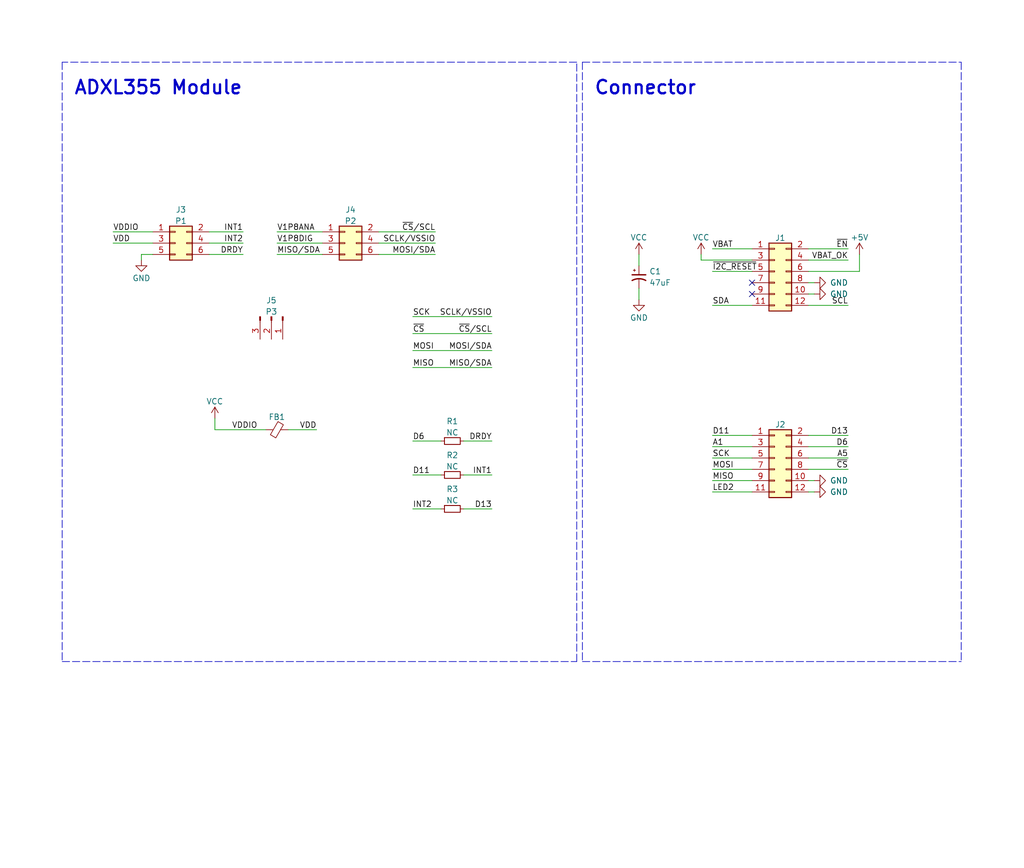
<source format=kicad_sch>
(kicad_sch (version 20211123) (generator eeschema)

  (uuid e63e39d7-6ac0-4ffd-8aa3-1841a4541b55)

  (paper "User" 229.997 194.996)

  (title_block
    (title "HexSense Svalbard - MCU module")
    (date "2023-05-25")
    (rev "V1")
    (company "MIT Media Lab")
    (comment 1 "Fangzheng Liu")
  )

  (lib_symbols
    (symbol "Connector:Conn_01x03_Male" (pin_names (offset 1.016) hide) (in_bom yes) (on_board yes)
      (property "Reference" "J" (id 0) (at 0 5.08 0)
        (effects (font (size 1.27 1.27)))
      )
      (property "Value" "Conn_01x03_Male" (id 1) (at 0 -5.08 0)
        (effects (font (size 1.27 1.27)))
      )
      (property "Footprint" "" (id 2) (at 0 0 0)
        (effects (font (size 1.27 1.27)) hide)
      )
      (property "Datasheet" "~" (id 3) (at 0 0 0)
        (effects (font (size 1.27 1.27)) hide)
      )
      (property "ki_keywords" "connector" (id 4) (at 0 0 0)
        (effects (font (size 1.27 1.27)) hide)
      )
      (property "ki_description" "Generic connector, single row, 01x03, script generated (kicad-library-utils/schlib/autogen/connector/)" (id 5) (at 0 0 0)
        (effects (font (size 1.27 1.27)) hide)
      )
      (property "ki_fp_filters" "Connector*:*_1x??_*" (id 6) (at 0 0 0)
        (effects (font (size 1.27 1.27)) hide)
      )
      (symbol "Conn_01x03_Male_1_1"
        (polyline
          (pts
            (xy 1.27 -2.54)
            (xy 0.8636 -2.54)
          )
          (stroke (width 0.1524) (type default) (color 0 0 0 0))
          (fill (type none))
        )
        (polyline
          (pts
            (xy 1.27 0)
            (xy 0.8636 0)
          )
          (stroke (width 0.1524) (type default) (color 0 0 0 0))
          (fill (type none))
        )
        (polyline
          (pts
            (xy 1.27 2.54)
            (xy 0.8636 2.54)
          )
          (stroke (width 0.1524) (type default) (color 0 0 0 0))
          (fill (type none))
        )
        (rectangle (start 0.8636 -2.413) (end 0 -2.667)
          (stroke (width 0.1524) (type default) (color 0 0 0 0))
          (fill (type outline))
        )
        (rectangle (start 0.8636 0.127) (end 0 -0.127)
          (stroke (width 0.1524) (type default) (color 0 0 0 0))
          (fill (type outline))
        )
        (rectangle (start 0.8636 2.667) (end 0 2.413)
          (stroke (width 0.1524) (type default) (color 0 0 0 0))
          (fill (type outline))
        )
        (pin passive line (at 5.08 2.54 180) (length 3.81)
          (name "Pin_1" (effects (font (size 1.27 1.27))))
          (number "1" (effects (font (size 1.27 1.27))))
        )
        (pin passive line (at 5.08 0 180) (length 3.81)
          (name "Pin_2" (effects (font (size 1.27 1.27))))
          (number "2" (effects (font (size 1.27 1.27))))
        )
        (pin passive line (at 5.08 -2.54 180) (length 3.81)
          (name "Pin_3" (effects (font (size 1.27 1.27))))
          (number "3" (effects (font (size 1.27 1.27))))
        )
      )
    )
    (symbol "Connector_Generic:Conn_02x03_Odd_Even" (pin_names (offset 1.016) hide) (in_bom yes) (on_board yes)
      (property "Reference" "J" (id 0) (at 1.27 5.08 0)
        (effects (font (size 1.27 1.27)))
      )
      (property "Value" "Conn_02x03_Odd_Even" (id 1) (at 1.27 -5.08 0)
        (effects (font (size 1.27 1.27)))
      )
      (property "Footprint" "" (id 2) (at 0 0 0)
        (effects (font (size 1.27 1.27)) hide)
      )
      (property "Datasheet" "~" (id 3) (at 0 0 0)
        (effects (font (size 1.27 1.27)) hide)
      )
      (property "ki_keywords" "connector" (id 4) (at 0 0 0)
        (effects (font (size 1.27 1.27)) hide)
      )
      (property "ki_description" "Generic connector, double row, 02x03, odd/even pin numbering scheme (row 1 odd numbers, row 2 even numbers), script generated (kicad-library-utils/schlib/autogen/connector/)" (id 5) (at 0 0 0)
        (effects (font (size 1.27 1.27)) hide)
      )
      (property "ki_fp_filters" "Connector*:*_2x??_*" (id 6) (at 0 0 0)
        (effects (font (size 1.27 1.27)) hide)
      )
      (symbol "Conn_02x03_Odd_Even_1_1"
        (rectangle (start -1.27 -2.413) (end 0 -2.667)
          (stroke (width 0.1524) (type default) (color 0 0 0 0))
          (fill (type none))
        )
        (rectangle (start -1.27 0.127) (end 0 -0.127)
          (stroke (width 0.1524) (type default) (color 0 0 0 0))
          (fill (type none))
        )
        (rectangle (start -1.27 2.667) (end 0 2.413)
          (stroke (width 0.1524) (type default) (color 0 0 0 0))
          (fill (type none))
        )
        (rectangle (start -1.27 3.81) (end 3.81 -3.81)
          (stroke (width 0.254) (type default) (color 0 0 0 0))
          (fill (type background))
        )
        (rectangle (start 3.81 -2.413) (end 2.54 -2.667)
          (stroke (width 0.1524) (type default) (color 0 0 0 0))
          (fill (type none))
        )
        (rectangle (start 3.81 0.127) (end 2.54 -0.127)
          (stroke (width 0.1524) (type default) (color 0 0 0 0))
          (fill (type none))
        )
        (rectangle (start 3.81 2.667) (end 2.54 2.413)
          (stroke (width 0.1524) (type default) (color 0 0 0 0))
          (fill (type none))
        )
        (pin passive line (at -5.08 2.54 0) (length 3.81)
          (name "Pin_1" (effects (font (size 1.27 1.27))))
          (number "1" (effects (font (size 1.27 1.27))))
        )
        (pin passive line (at 7.62 2.54 180) (length 3.81)
          (name "Pin_2" (effects (font (size 1.27 1.27))))
          (number "2" (effects (font (size 1.27 1.27))))
        )
        (pin passive line (at -5.08 0 0) (length 3.81)
          (name "Pin_3" (effects (font (size 1.27 1.27))))
          (number "3" (effects (font (size 1.27 1.27))))
        )
        (pin passive line (at 7.62 0 180) (length 3.81)
          (name "Pin_4" (effects (font (size 1.27 1.27))))
          (number "4" (effects (font (size 1.27 1.27))))
        )
        (pin passive line (at -5.08 -2.54 0) (length 3.81)
          (name "Pin_5" (effects (font (size 1.27 1.27))))
          (number "5" (effects (font (size 1.27 1.27))))
        )
        (pin passive line (at 7.62 -2.54 180) (length 3.81)
          (name "Pin_6" (effects (font (size 1.27 1.27))))
          (number "6" (effects (font (size 1.27 1.27))))
        )
      )
    )
    (symbol "Connector_Generic:Conn_02x06_Odd_Even" (pin_names (offset 1.016) hide) (in_bom yes) (on_board yes)
      (property "Reference" "J" (id 0) (at 1.27 7.62 0)
        (effects (font (size 1.27 1.27)))
      )
      (property "Value" "Conn_02x06_Odd_Even" (id 1) (at 1.27 -10.16 0)
        (effects (font (size 1.27 1.27)))
      )
      (property "Footprint" "" (id 2) (at 0 0 0)
        (effects (font (size 1.27 1.27)) hide)
      )
      (property "Datasheet" "~" (id 3) (at 0 0 0)
        (effects (font (size 1.27 1.27)) hide)
      )
      (property "ki_keywords" "connector" (id 4) (at 0 0 0)
        (effects (font (size 1.27 1.27)) hide)
      )
      (property "ki_description" "Generic connector, double row, 02x06, odd/even pin numbering scheme (row 1 odd numbers, row 2 even numbers), script generated (kicad-library-utils/schlib/autogen/connector/)" (id 5) (at 0 0 0)
        (effects (font (size 1.27 1.27)) hide)
      )
      (property "ki_fp_filters" "Connector*:*_2x??_*" (id 6) (at 0 0 0)
        (effects (font (size 1.27 1.27)) hide)
      )
      (symbol "Conn_02x06_Odd_Even_1_1"
        (rectangle (start -1.27 -7.493) (end 0 -7.747)
          (stroke (width 0.1524) (type default) (color 0 0 0 0))
          (fill (type none))
        )
        (rectangle (start -1.27 -4.953) (end 0 -5.207)
          (stroke (width 0.1524) (type default) (color 0 0 0 0))
          (fill (type none))
        )
        (rectangle (start -1.27 -2.413) (end 0 -2.667)
          (stroke (width 0.1524) (type default) (color 0 0 0 0))
          (fill (type none))
        )
        (rectangle (start -1.27 0.127) (end 0 -0.127)
          (stroke (width 0.1524) (type default) (color 0 0 0 0))
          (fill (type none))
        )
        (rectangle (start -1.27 2.667) (end 0 2.413)
          (stroke (width 0.1524) (type default) (color 0 0 0 0))
          (fill (type none))
        )
        (rectangle (start -1.27 5.207) (end 0 4.953)
          (stroke (width 0.1524) (type default) (color 0 0 0 0))
          (fill (type none))
        )
        (rectangle (start -1.27 6.35) (end 3.81 -8.89)
          (stroke (width 0.254) (type default) (color 0 0 0 0))
          (fill (type background))
        )
        (rectangle (start 3.81 -7.493) (end 2.54 -7.747)
          (stroke (width 0.1524) (type default) (color 0 0 0 0))
          (fill (type none))
        )
        (rectangle (start 3.81 -4.953) (end 2.54 -5.207)
          (stroke (width 0.1524) (type default) (color 0 0 0 0))
          (fill (type none))
        )
        (rectangle (start 3.81 -2.413) (end 2.54 -2.667)
          (stroke (width 0.1524) (type default) (color 0 0 0 0))
          (fill (type none))
        )
        (rectangle (start 3.81 0.127) (end 2.54 -0.127)
          (stroke (width 0.1524) (type default) (color 0 0 0 0))
          (fill (type none))
        )
        (rectangle (start 3.81 2.667) (end 2.54 2.413)
          (stroke (width 0.1524) (type default) (color 0 0 0 0))
          (fill (type none))
        )
        (rectangle (start 3.81 5.207) (end 2.54 4.953)
          (stroke (width 0.1524) (type default) (color 0 0 0 0))
          (fill (type none))
        )
        (pin passive line (at -5.08 5.08 0) (length 3.81)
          (name "Pin_1" (effects (font (size 1.27 1.27))))
          (number "1" (effects (font (size 1.27 1.27))))
        )
        (pin passive line (at 7.62 -5.08 180) (length 3.81)
          (name "Pin_10" (effects (font (size 1.27 1.27))))
          (number "10" (effects (font (size 1.27 1.27))))
        )
        (pin passive line (at -5.08 -7.62 0) (length 3.81)
          (name "Pin_11" (effects (font (size 1.27 1.27))))
          (number "11" (effects (font (size 1.27 1.27))))
        )
        (pin passive line (at 7.62 -7.62 180) (length 3.81)
          (name "Pin_12" (effects (font (size 1.27 1.27))))
          (number "12" (effects (font (size 1.27 1.27))))
        )
        (pin passive line (at 7.62 5.08 180) (length 3.81)
          (name "Pin_2" (effects (font (size 1.27 1.27))))
          (number "2" (effects (font (size 1.27 1.27))))
        )
        (pin passive line (at -5.08 2.54 0) (length 3.81)
          (name "Pin_3" (effects (font (size 1.27 1.27))))
          (number "3" (effects (font (size 1.27 1.27))))
        )
        (pin passive line (at 7.62 2.54 180) (length 3.81)
          (name "Pin_4" (effects (font (size 1.27 1.27))))
          (number "4" (effects (font (size 1.27 1.27))))
        )
        (pin passive line (at -5.08 0 0) (length 3.81)
          (name "Pin_5" (effects (font (size 1.27 1.27))))
          (number "5" (effects (font (size 1.27 1.27))))
        )
        (pin passive line (at 7.62 0 180) (length 3.81)
          (name "Pin_6" (effects (font (size 1.27 1.27))))
          (number "6" (effects (font (size 1.27 1.27))))
        )
        (pin passive line (at -5.08 -2.54 0) (length 3.81)
          (name "Pin_7" (effects (font (size 1.27 1.27))))
          (number "7" (effects (font (size 1.27 1.27))))
        )
        (pin passive line (at 7.62 -2.54 180) (length 3.81)
          (name "Pin_8" (effects (font (size 1.27 1.27))))
          (number "8" (effects (font (size 1.27 1.27))))
        )
        (pin passive line (at -5.08 -5.08 0) (length 3.81)
          (name "Pin_9" (effects (font (size 1.27 1.27))))
          (number "9" (effects (font (size 1.27 1.27))))
        )
      )
    )
    (symbol "Device:C_Polarized_Small_US" (pin_numbers hide) (pin_names (offset 0.254) hide) (in_bom yes) (on_board yes)
      (property "Reference" "C" (id 0) (at 0.254 1.778 0)
        (effects (font (size 1.27 1.27)) (justify left))
      )
      (property "Value" "C_Polarized_Small_US" (id 1) (at 0.254 -2.032 0)
        (effects (font (size 1.27 1.27)) (justify left))
      )
      (property "Footprint" "" (id 2) (at 0 0 0)
        (effects (font (size 1.27 1.27)) hide)
      )
      (property "Datasheet" "~" (id 3) (at 0 0 0)
        (effects (font (size 1.27 1.27)) hide)
      )
      (property "ki_keywords" "cap capacitor" (id 4) (at 0 0 0)
        (effects (font (size 1.27 1.27)) hide)
      )
      (property "ki_description" "Polarized capacitor, small US symbol" (id 5) (at 0 0 0)
        (effects (font (size 1.27 1.27)) hide)
      )
      (property "ki_fp_filters" "CP_*" (id 6) (at 0 0 0)
        (effects (font (size 1.27 1.27)) hide)
      )
      (symbol "C_Polarized_Small_US_0_1"
        (polyline
          (pts
            (xy -1.524 0.508)
            (xy 1.524 0.508)
          )
          (stroke (width 0.3048) (type default) (color 0 0 0 0))
          (fill (type none))
        )
        (polyline
          (pts
            (xy -1.27 1.524)
            (xy -0.762 1.524)
          )
          (stroke (width 0) (type default) (color 0 0 0 0))
          (fill (type none))
        )
        (polyline
          (pts
            (xy -1.016 1.27)
            (xy -1.016 1.778)
          )
          (stroke (width 0) (type default) (color 0 0 0 0))
          (fill (type none))
        )
        (arc (start 1.524 -0.762) (mid 0 -0.3734) (end -1.524 -0.762)
          (stroke (width 0.3048) (type default) (color 0 0 0 0))
          (fill (type none))
        )
      )
      (symbol "C_Polarized_Small_US_1_1"
        (pin passive line (at 0 2.54 270) (length 2.032)
          (name "~" (effects (font (size 1.27 1.27))))
          (number "1" (effects (font (size 1.27 1.27))))
        )
        (pin passive line (at 0 -2.54 90) (length 2.032)
          (name "~" (effects (font (size 1.27 1.27))))
          (number "2" (effects (font (size 1.27 1.27))))
        )
      )
    )
    (symbol "Device:FerriteBead_Small" (pin_numbers hide) (pin_names (offset 0)) (in_bom yes) (on_board yes)
      (property "Reference" "FB" (id 0) (at 1.905 1.27 0)
        (effects (font (size 1.27 1.27)) (justify left))
      )
      (property "Value" "FerriteBead_Small" (id 1) (at 1.905 -1.27 0)
        (effects (font (size 1.27 1.27)) (justify left))
      )
      (property "Footprint" "" (id 2) (at -1.778 0 90)
        (effects (font (size 1.27 1.27)) hide)
      )
      (property "Datasheet" "~" (id 3) (at 0 0 0)
        (effects (font (size 1.27 1.27)) hide)
      )
      (property "ki_keywords" "L ferrite bead inductor filter" (id 4) (at 0 0 0)
        (effects (font (size 1.27 1.27)) hide)
      )
      (property "ki_description" "Ferrite bead, small symbol" (id 5) (at 0 0 0)
        (effects (font (size 1.27 1.27)) hide)
      )
      (property "ki_fp_filters" "Inductor_* L_* *Ferrite*" (id 6) (at 0 0 0)
        (effects (font (size 1.27 1.27)) hide)
      )
      (symbol "FerriteBead_Small_0_1"
        (polyline
          (pts
            (xy 0 -1.27)
            (xy 0 -0.7874)
          )
          (stroke (width 0) (type default) (color 0 0 0 0))
          (fill (type none))
        )
        (polyline
          (pts
            (xy 0 0.889)
            (xy 0 1.2954)
          )
          (stroke (width 0) (type default) (color 0 0 0 0))
          (fill (type none))
        )
        (polyline
          (pts
            (xy -1.8288 0.2794)
            (xy -1.1176 1.4986)
            (xy 1.8288 -0.2032)
            (xy 1.1176 -1.4224)
            (xy -1.8288 0.2794)
          )
          (stroke (width 0) (type default) (color 0 0 0 0))
          (fill (type none))
        )
      )
      (symbol "FerriteBead_Small_1_1"
        (pin passive line (at 0 2.54 270) (length 1.27)
          (name "~" (effects (font (size 1.27 1.27))))
          (number "1" (effects (font (size 1.27 1.27))))
        )
        (pin passive line (at 0 -2.54 90) (length 1.27)
          (name "~" (effects (font (size 1.27 1.27))))
          (number "2" (effects (font (size 1.27 1.27))))
        )
      )
    )
    (symbol "Device:R_Small" (pin_numbers hide) (pin_names (offset 0.254) hide) (in_bom yes) (on_board yes)
      (property "Reference" "R" (id 0) (at 0.762 0.508 0)
        (effects (font (size 1.27 1.27)) (justify left))
      )
      (property "Value" "R_Small" (id 1) (at 0.762 -1.016 0)
        (effects (font (size 1.27 1.27)) (justify left))
      )
      (property "Footprint" "" (id 2) (at 0 0 0)
        (effects (font (size 1.27 1.27)) hide)
      )
      (property "Datasheet" "~" (id 3) (at 0 0 0)
        (effects (font (size 1.27 1.27)) hide)
      )
      (property "ki_keywords" "R resistor" (id 4) (at 0 0 0)
        (effects (font (size 1.27 1.27)) hide)
      )
      (property "ki_description" "Resistor, small symbol" (id 5) (at 0 0 0)
        (effects (font (size 1.27 1.27)) hide)
      )
      (property "ki_fp_filters" "R_*" (id 6) (at 0 0 0)
        (effects (font (size 1.27 1.27)) hide)
      )
      (symbol "R_Small_0_1"
        (rectangle (start -0.762 1.778) (end 0.762 -1.778)
          (stroke (width 0.2032) (type default) (color 0 0 0 0))
          (fill (type none))
        )
      )
      (symbol "R_Small_1_1"
        (pin passive line (at 0 2.54 270) (length 0.762)
          (name "~" (effects (font (size 1.27 1.27))))
          (number "1" (effects (font (size 1.27 1.27))))
        )
        (pin passive line (at 0 -2.54 90) (length 0.762)
          (name "~" (effects (font (size 1.27 1.27))))
          (number "2" (effects (font (size 1.27 1.27))))
        )
      )
    )
    (symbol "power:+5V" (power) (pin_names (offset 0)) (in_bom yes) (on_board yes)
      (property "Reference" "#PWR" (id 0) (at 0 -3.81 0)
        (effects (font (size 1.27 1.27)) hide)
      )
      (property "Value" "+5V" (id 1) (at 0 3.556 0)
        (effects (font (size 1.27 1.27)))
      )
      (property "Footprint" "" (id 2) (at 0 0 0)
        (effects (font (size 1.27 1.27)) hide)
      )
      (property "Datasheet" "" (id 3) (at 0 0 0)
        (effects (font (size 1.27 1.27)) hide)
      )
      (property "ki_keywords" "power-flag" (id 4) (at 0 0 0)
        (effects (font (size 1.27 1.27)) hide)
      )
      (property "ki_description" "Power symbol creates a global label with name \"+5V\"" (id 5) (at 0 0 0)
        (effects (font (size 1.27 1.27)) hide)
      )
      (symbol "+5V_0_1"
        (polyline
          (pts
            (xy -0.762 1.27)
            (xy 0 2.54)
          )
          (stroke (width 0) (type default) (color 0 0 0 0))
          (fill (type none))
        )
        (polyline
          (pts
            (xy 0 0)
            (xy 0 2.54)
          )
          (stroke (width 0) (type default) (color 0 0 0 0))
          (fill (type none))
        )
        (polyline
          (pts
            (xy 0 2.54)
            (xy 0.762 1.27)
          )
          (stroke (width 0) (type default) (color 0 0 0 0))
          (fill (type none))
        )
      )
      (symbol "+5V_1_1"
        (pin power_in line (at 0 0 90) (length 0) hide
          (name "+5V" (effects (font (size 1.27 1.27))))
          (number "1" (effects (font (size 1.27 1.27))))
        )
      )
    )
    (symbol "power:GND" (power) (pin_names (offset 0)) (in_bom yes) (on_board yes)
      (property "Reference" "#PWR" (id 0) (at 0 -6.35 0)
        (effects (font (size 1.27 1.27)) hide)
      )
      (property "Value" "GND" (id 1) (at 0 -3.81 0)
        (effects (font (size 1.27 1.27)))
      )
      (property "Footprint" "" (id 2) (at 0 0 0)
        (effects (font (size 1.27 1.27)) hide)
      )
      (property "Datasheet" "" (id 3) (at 0 0 0)
        (effects (font (size 1.27 1.27)) hide)
      )
      (property "ki_keywords" "power-flag" (id 4) (at 0 0 0)
        (effects (font (size 1.27 1.27)) hide)
      )
      (property "ki_description" "Power symbol creates a global label with name \"GND\" , ground" (id 5) (at 0 0 0)
        (effects (font (size 1.27 1.27)) hide)
      )
      (symbol "GND_0_1"
        (polyline
          (pts
            (xy 0 0)
            (xy 0 -1.27)
            (xy 1.27 -1.27)
            (xy 0 -2.54)
            (xy -1.27 -1.27)
            (xy 0 -1.27)
          )
          (stroke (width 0) (type default) (color 0 0 0 0))
          (fill (type none))
        )
      )
      (symbol "GND_1_1"
        (pin power_in line (at 0 0 270) (length 0) hide
          (name "GND" (effects (font (size 1.27 1.27))))
          (number "1" (effects (font (size 1.27 1.27))))
        )
      )
    )
    (symbol "power:VCC" (power) (pin_names (offset 0)) (in_bom yes) (on_board yes)
      (property "Reference" "#PWR" (id 0) (at 0 -3.81 0)
        (effects (font (size 1.27 1.27)) hide)
      )
      (property "Value" "VCC" (id 1) (at 0 3.81 0)
        (effects (font (size 1.27 1.27)))
      )
      (property "Footprint" "" (id 2) (at 0 0 0)
        (effects (font (size 1.27 1.27)) hide)
      )
      (property "Datasheet" "" (id 3) (at 0 0 0)
        (effects (font (size 1.27 1.27)) hide)
      )
      (property "ki_keywords" "power-flag" (id 4) (at 0 0 0)
        (effects (font (size 1.27 1.27)) hide)
      )
      (property "ki_description" "Power symbol creates a global label with name \"VCC\"" (id 5) (at 0 0 0)
        (effects (font (size 1.27 1.27)) hide)
      )
      (symbol "VCC_0_1"
        (polyline
          (pts
            (xy -0.762 1.27)
            (xy 0 2.54)
          )
          (stroke (width 0) (type default) (color 0 0 0 0))
          (fill (type none))
        )
        (polyline
          (pts
            (xy 0 0)
            (xy 0 2.54)
          )
          (stroke (width 0) (type default) (color 0 0 0 0))
          (fill (type none))
        )
        (polyline
          (pts
            (xy 0 2.54)
            (xy 0.762 1.27)
          )
          (stroke (width 0) (type default) (color 0 0 0 0))
          (fill (type none))
        )
      )
      (symbol "VCC_1_1"
        (pin power_in line (at 0 0 90) (length 0) hide
          (name "VCC" (effects (font (size 1.27 1.27))))
          (number "1" (effects (font (size 1.27 1.27))))
        )
      )
    )
  )


  (no_connect (at 168.91 63.5) (uuid 2f1bd44e-32d5-43ab-b277-fdf842f35dd6))
  (no_connect (at 168.91 66.04) (uuid 2f1bd44e-32d5-43ab-b277-fdf842f35dd7))

  (wire (pts (xy 160.02 107.95) (xy 168.91 107.95))
    (stroke (width 0) (type default) (color 0 0 0 0))
    (uuid 0fa9183f-5369-426b-9498-5645797922df)
  )
  (wire (pts (xy 62.23 54.61) (xy 72.39 54.61))
    (stroke (width 0) (type default) (color 0 0 0 0))
    (uuid 1119b42d-7c27-47ab-9c82-a401b1ff5557)
  )
  (wire (pts (xy 143.51 64.77) (xy 143.51 67.31))
    (stroke (width 0) (type default) (color 0 0 0 0))
    (uuid 16dcf32f-7580-4382-a7dc-620372c0d9ab)
  )
  (wire (pts (xy 193.04 60.96) (xy 193.04 57.15))
    (stroke (width 0) (type default) (color 0 0 0 0))
    (uuid 1701e939-2a6c-4185-9428-4d71b6f2b400)
  )
  (wire (pts (xy 181.61 107.95) (xy 182.88 107.95))
    (stroke (width 0) (type default) (color 0 0 0 0))
    (uuid 1d632da4-c543-4d80-b642-0354a56e2d07)
  )
  (wire (pts (xy 85.09 54.61) (xy 97.79 54.61))
    (stroke (width 0) (type default) (color 0 0 0 0))
    (uuid 1f316cfc-635c-4923-bcd7-21ec002e5ae8)
  )
  (wire (pts (xy 181.61 66.04) (xy 182.88 66.04))
    (stroke (width 0) (type default) (color 0 0 0 0))
    (uuid 22bff00e-e419-4092-a2b8-c1f232a8e641)
  )
  (wire (pts (xy 104.14 114.3) (xy 110.49 114.3))
    (stroke (width 0) (type default) (color 0 0 0 0))
    (uuid 28d3b2a0-3981-499e-b3e6-b8c9f6c0ab6a)
  )
  (wire (pts (xy 25.4 54.61) (xy 34.29 54.61))
    (stroke (width 0) (type default) (color 0 0 0 0))
    (uuid 2a6e4ede-8be7-4625-a308-e5070c6ce3b0)
  )
  (wire (pts (xy 160.02 55.88) (xy 168.91 55.88))
    (stroke (width 0) (type default) (color 0 0 0 0))
    (uuid 3367972f-528d-4624-89f4-0b3b2f6850f4)
  )
  (polyline (pts (xy 129.54 148.59) (xy 129.54 13.97))
    (stroke (width 0) (type default) (color 0 0 0 0))
    (uuid 35eab331-86c6-4cb6-9184-78f5a185c17a)
  )

  (wire (pts (xy 92.71 106.68) (xy 99.06 106.68))
    (stroke (width 0) (type default) (color 0 0 0 0))
    (uuid 36569df3-4190-4919-a6dc-ff23e17835ff)
  )
  (wire (pts (xy 104.14 99.06) (xy 110.49 99.06))
    (stroke (width 0) (type default) (color 0 0 0 0))
    (uuid 3e92d3f3-da2c-49d3-98b3-e88a48a87faa)
  )
  (wire (pts (xy 92.71 74.93) (xy 110.49 74.93))
    (stroke (width 0) (type default) (color 0 0 0 0))
    (uuid 41da46f5-8c77-4faf-b016-22ad3cb69fa6)
  )
  (wire (pts (xy 92.71 82.55) (xy 110.49 82.55))
    (stroke (width 0) (type default) (color 0 0 0 0))
    (uuid 4e27ee66-a623-45c9-a214-ff5447cb2567)
  )
  (wire (pts (xy 92.71 78.74) (xy 110.49 78.74))
    (stroke (width 0) (type default) (color 0 0 0 0))
    (uuid 4f2a31a0-eb58-4ae9-881f-f0f66fa3d112)
  )
  (wire (pts (xy 92.71 71.12) (xy 110.49 71.12))
    (stroke (width 0) (type default) (color 0 0 0 0))
    (uuid 53f8f1f1-9165-4ab4-82d4-e1a33c238107)
  )
  (wire (pts (xy 160.02 68.58) (xy 168.91 68.58))
    (stroke (width 0) (type default) (color 0 0 0 0))
    (uuid 5644d770-110b-4322-a561-85e83bfe8b36)
  )
  (wire (pts (xy 48.26 93.98) (xy 48.26 96.52))
    (stroke (width 0) (type default) (color 0 0 0 0))
    (uuid 57d8bcb9-7946-43b2-9a23-48d5fd85a2b9)
  )
  (wire (pts (xy 92.71 99.06) (xy 99.06 99.06))
    (stroke (width 0) (type default) (color 0 0 0 0))
    (uuid 5ad16cf6-d8bc-4335-b031-d6a480b98ee8)
  )
  (polyline (pts (xy 130.81 13.97) (xy 130.81 148.59))
    (stroke (width 0) (type default) (color 0 0 0 0))
    (uuid 5bebda4e-b5da-48c2-ac93-396c4bf2e3fd)
  )

  (wire (pts (xy 92.71 114.3) (xy 99.06 114.3))
    (stroke (width 0) (type default) (color 0 0 0 0))
    (uuid 60c6cd11-19de-4507-bbfd-0b3eecb0ec9b)
  )
  (wire (pts (xy 181.61 105.41) (xy 190.5 105.41))
    (stroke (width 0) (type default) (color 0 0 0 0))
    (uuid 640f9653-4ed5-42e7-bbea-eab563e0845a)
  )
  (wire (pts (xy 25.4 52.07) (xy 34.29 52.07))
    (stroke (width 0) (type default) (color 0 0 0 0))
    (uuid 660d525d-0515-4d51-93e6-6c396391f972)
  )
  (wire (pts (xy 85.09 57.15) (xy 97.79 57.15))
    (stroke (width 0) (type default) (color 0 0 0 0))
    (uuid 6773b0e8-1543-49a2-8c9a-a28f95dad47b)
  )
  (wire (pts (xy 31.75 57.15) (xy 34.29 57.15))
    (stroke (width 0) (type default) (color 0 0 0 0))
    (uuid 6e32606a-cf95-4b4b-bd28-acfe3386321f)
  )
  (wire (pts (xy 104.14 106.68) (xy 110.49 106.68))
    (stroke (width 0) (type default) (color 0 0 0 0))
    (uuid 73c39637-790e-4a9c-b407-52d98f636d90)
  )
  (polyline (pts (xy 130.81 13.97) (xy 215.9 13.97))
    (stroke (width 0) (type default) (color 0 0 0 0))
    (uuid 87e5f432-bb64-491c-8ee2-a5cebd1952e2)
  )

  (wire (pts (xy 181.61 97.79) (xy 190.5 97.79))
    (stroke (width 0) (type default) (color 0 0 0 0))
    (uuid 885e6c63-c79d-42e9-b6d0-2a7504f5ceb0)
  )
  (wire (pts (xy 46.99 54.61) (xy 54.61 54.61))
    (stroke (width 0) (type default) (color 0 0 0 0))
    (uuid 8f651cad-c02f-45c6-87e2-ce7d4cd3779d)
  )
  (wire (pts (xy 46.99 57.15) (xy 54.61 57.15))
    (stroke (width 0) (type default) (color 0 0 0 0))
    (uuid 93c3e374-8d8a-4470-b4e1-ce11f4c20cae)
  )
  (wire (pts (xy 181.61 55.88) (xy 190.5 55.88))
    (stroke (width 0) (type default) (color 0 0 0 0))
    (uuid a77c3986-b378-46c6-afe3-f8cddd34e442)
  )
  (wire (pts (xy 62.23 57.15) (xy 72.39 57.15))
    (stroke (width 0) (type default) (color 0 0 0 0))
    (uuid b6e728d6-d3fe-4bbe-a6e5-b8f23e6e0d2a)
  )
  (wire (pts (xy 181.61 102.87) (xy 190.5 102.87))
    (stroke (width 0) (type default) (color 0 0 0 0))
    (uuid b714ccda-473d-49a2-8647-2e3451ae4af3)
  )
  (wire (pts (xy 160.02 105.41) (xy 168.91 105.41))
    (stroke (width 0) (type default) (color 0 0 0 0))
    (uuid b800fd66-f8b2-4a8f-8179-bef154ad4388)
  )
  (wire (pts (xy 85.09 52.07) (xy 97.79 52.07))
    (stroke (width 0) (type default) (color 0 0 0 0))
    (uuid b91c31b2-b627-4a00-9608-ba1e9b2a982f)
  )
  (wire (pts (xy 181.61 58.42) (xy 190.5 58.42))
    (stroke (width 0) (type default) (color 0 0 0 0))
    (uuid beebf9aa-51a4-4d3a-8987-b0152db26238)
  )
  (wire (pts (xy 181.61 110.49) (xy 182.88 110.49))
    (stroke (width 0) (type default) (color 0 0 0 0))
    (uuid bfe5a673-1e36-4a91-9395-3214380a9c9e)
  )
  (wire (pts (xy 181.61 68.58) (xy 190.5 68.58))
    (stroke (width 0) (type default) (color 0 0 0 0))
    (uuid c1eefc4b-76f4-40c3-b933-ab586706af53)
  )
  (wire (pts (xy 157.48 58.42) (xy 168.91 58.42))
    (stroke (width 0) (type default) (color 0 0 0 0))
    (uuid c4834d81-f22e-4543-ac7e-e294dc90c293)
  )
  (polyline (pts (xy 13.97 13.97) (xy 13.97 148.59))
    (stroke (width 0) (type default) (color 0 0 0 0))
    (uuid c50735f4-6020-400c-a452-2ae81a0d9fc9)
  )

  (wire (pts (xy 157.48 57.15) (xy 157.48 58.42))
    (stroke (width 0) (type default) (color 0 0 0 0))
    (uuid c58b63bb-5fad-497c-a5b0-5d27c9481220)
  )
  (wire (pts (xy 160.02 110.49) (xy 168.91 110.49))
    (stroke (width 0) (type default) (color 0 0 0 0))
    (uuid c5a5306e-835a-4857-a54d-52666a5e97e5)
  )
  (wire (pts (xy 181.61 63.5) (xy 182.88 63.5))
    (stroke (width 0) (type default) (color 0 0 0 0))
    (uuid c78dfecd-9bbd-4662-b3cf-1de3a4cb4c20)
  )
  (wire (pts (xy 31.75 58.42) (xy 31.75 57.15))
    (stroke (width 0) (type default) (color 0 0 0 0))
    (uuid c8e0be89-b357-4ee0-9958-e4b4b81600c3)
  )
  (wire (pts (xy 143.51 57.15) (xy 143.51 59.69))
    (stroke (width 0) (type default) (color 0 0 0 0))
    (uuid cb446f24-6e4f-4857-8494-c290a671a94f)
  )
  (wire (pts (xy 181.61 60.96) (xy 193.04 60.96))
    (stroke (width 0) (type default) (color 0 0 0 0))
    (uuid d0743969-cee8-4bc9-a1b3-365d533d720f)
  )
  (wire (pts (xy 181.61 100.33) (xy 190.5 100.33))
    (stroke (width 0) (type default) (color 0 0 0 0))
    (uuid d3ceafe9-21fe-40d6-96ff-2b41c0e51db7)
  )
  (wire (pts (xy 64.77 96.52) (xy 71.12 96.52))
    (stroke (width 0) (type default) (color 0 0 0 0))
    (uuid dcf04430-1a5f-46c8-8dec-e72c8ad30b36)
  )
  (polyline (pts (xy 129.54 13.97) (xy 13.97 13.97))
    (stroke (width 0) (type default) (color 0 0 0 0))
    (uuid e0d41972-4853-44c3-b56e-2e6e5e611045)
  )

  (wire (pts (xy 48.26 96.52) (xy 59.69 96.52))
    (stroke (width 0) (type default) (color 0 0 0 0))
    (uuid e6a0732d-58fc-4e4a-8698-c7cfad21db9d)
  )
  (wire (pts (xy 160.02 60.96) (xy 168.91 60.96))
    (stroke (width 0) (type default) (color 0 0 0 0))
    (uuid f0d73c50-92e8-4b97-a2e7-897738ec266d)
  )
  (polyline (pts (xy 215.9 13.97) (xy 215.9 148.59))
    (stroke (width 0) (type default) (color 0 0 0 0))
    (uuid f3d7fa48-431a-4b3f-97d9-b88d92b44bad)
  )

  (wire (pts (xy 160.02 97.79) (xy 168.91 97.79))
    (stroke (width 0) (type default) (color 0 0 0 0))
    (uuid f3f91864-7639-425e-a447-c9c5efe1dc4c)
  )
  (wire (pts (xy 160.02 100.33) (xy 168.91 100.33))
    (stroke (width 0) (type default) (color 0 0 0 0))
    (uuid f41f8392-40ca-4efc-87ae-4f4c1e90357c)
  )
  (wire (pts (xy 62.23 52.07) (xy 72.39 52.07))
    (stroke (width 0) (type default) (color 0 0 0 0))
    (uuid f4824d88-13eb-4d9e-87c7-240e1e21e0c9)
  )
  (wire (pts (xy 46.99 52.07) (xy 54.61 52.07))
    (stroke (width 0) (type default) (color 0 0 0 0))
    (uuid f781412d-c678-4de3-8d47-651c91f8a779)
  )
  (wire (pts (xy 160.02 102.87) (xy 168.91 102.87))
    (stroke (width 0) (type default) (color 0 0 0 0))
    (uuid f9c292e5-c6ed-478b-b8e1-da89018080ce)
  )
  (polyline (pts (xy 13.97 148.59) (xy 129.54 148.59))
    (stroke (width 0) (type default) (color 0 0 0 0))
    (uuid f9edafc5-53e1-4c43-8957-d21f40780481)
  )
  (polyline (pts (xy 130.81 148.59) (xy 215.9 148.59))
    (stroke (width 0) (type default) (color 0 0 0 0))
    (uuid feacfcb0-6b03-43d4-a28a-5a550a573217)
  )

  (text "ADXL355 Module" (at 16.51 21.59 0)
    (effects (font (size 3 3) (thickness 0.508) bold) (justify left bottom))
    (uuid 2bcf2398-81f3-4114-ae64-1b97f6217a90)
  )
  (text "Connector" (at 133.35 21.59 0)
    (effects (font (size 3 3) (thickness 0.508) bold) (justify left bottom))
    (uuid 98beb101-a225-4bb4-8ab1-1ade8805a442)
  )

  (label "DRDY" (at 110.49 99.06 180)
    (effects (font (size 1.27 1.27)) (justify right bottom))
    (uuid 183b864b-bee6-47e1-b49c-7460e45b2e95)
  )
  (label "INT1" (at 54.61 52.07 180)
    (effects (font (size 1.27 1.27)) (justify right bottom))
    (uuid 2218bfc6-0232-43e6-9285-029d8bf2fa74)
  )
  (label "INT1" (at 110.49 106.68 180)
    (effects (font (size 1.27 1.27)) (justify right bottom))
    (uuid 26fe9e65-6c74-4acc-a43a-28b61fc70d0b)
  )
  (label "~{CS}{slash}SCL" (at 97.79 52.07 180)
    (effects (font (size 1.27 1.27)) (justify right bottom))
    (uuid 2a7c31d6-d8ce-44df-afa2-a01c5b8db977)
  )
  (label "V1P8ANA" (at 62.23 52.07 0)
    (effects (font (size 1.27 1.27)) (justify left bottom))
    (uuid 2bed3cf9-8225-4b79-ba34-d91374796975)
  )
  (label "~{CS}{slash}SCL" (at 110.49 74.93 180)
    (effects (font (size 1.27 1.27)) (justify right bottom))
    (uuid 2dfa0386-e1af-4420-a731-9c62c8c78446)
  )
  (label "VDDIO" (at 25.4 52.07 0)
    (effects (font (size 1.27 1.27)) (justify left bottom))
    (uuid 352728ed-acf2-4e6b-a814-f502cad1f623)
  )
  (label "MISO{slash}SDA" (at 110.49 82.55 180)
    (effects (font (size 1.27 1.27)) (justify right bottom))
    (uuid 36465513-9baa-42de-ba3a-db3b259c6e76)
  )
  (label "VDD" (at 25.4 54.61 0)
    (effects (font (size 1.27 1.27)) (justify left bottom))
    (uuid 41a6da57-7e9b-4dbf-8e81-5ba498a0ae89)
  )
  (label "D6" (at 190.5 100.33 180)
    (effects (font (size 1.27 1.27)) (justify right bottom))
    (uuid 512eb551-e759-4907-8d91-7851a993543e)
  )
  (label "MOSI{slash}SDA" (at 110.49 78.74 180)
    (effects (font (size 1.27 1.27)) (justify right bottom))
    (uuid 53b22d27-a935-461e-9a41-01f51ba4bcb7)
  )
  (label "D11" (at 92.71 106.68 0)
    (effects (font (size 1.27 1.27)) (justify left bottom))
    (uuid 5b468f75-df7b-4c39-8f55-4a2adf44a873)
  )
  (label "~{EN}" (at 190.5 55.88 180)
    (effects (font (size 1.27 1.27)) (justify right bottom))
    (uuid 5ca16bdb-9d6b-42a1-b6d5-ced6d40dbb40)
  )
  (label "MISO{slash}SDA" (at 62.23 57.15 0)
    (effects (font (size 1.27 1.27)) (justify left bottom))
    (uuid 6a402003-a8da-448b-a90b-2924a583bcf0)
  )
  (label "DRDY" (at 54.61 57.15 180)
    (effects (font (size 1.27 1.27)) (justify right bottom))
    (uuid 6af2d08a-3407-4469-b311-3a4bea944257)
  )
  (label "D13" (at 190.5 97.79 180)
    (effects (font (size 1.27 1.27)) (justify right bottom))
    (uuid 75ba5d81-138b-449a-ada2-797299d653eb)
  )
  (label "~{CS}" (at 190.5 105.41 180)
    (effects (font (size 1.27 1.27)) (justify right bottom))
    (uuid 8422435f-de89-4367-9766-718635b14e2b)
  )
  (label "LED2" (at 160.02 110.49 0)
    (effects (font (size 1.27 1.27)) (justify left bottom))
    (uuid 857f5d45-6cbf-47f0-8f00-f1dc5390e57f)
  )
  (label "VBAT" (at 160.02 55.88 0)
    (effects (font (size 1.27 1.27)) (justify left bottom))
    (uuid 8caed229-877e-4ee1-aa34-e339fd278f8d)
  )
  (label "MISO" (at 92.71 82.55 0)
    (effects (font (size 1.27 1.27)) (justify left bottom))
    (uuid 8edadece-17bf-40d0-a193-d452ee05a438)
  )
  (label "MOSI{slash}SDA" (at 97.79 57.15 180)
    (effects (font (size 1.27 1.27)) (justify right bottom))
    (uuid 9031d0dd-f8ed-4f75-b1a4-b9fc318ba195)
  )
  (label "V1P8DIG" (at 62.23 54.61 0)
    (effects (font (size 1.27 1.27)) (justify left bottom))
    (uuid 9c15d5ee-7e84-45f1-ac0c-d2bb2718c1c2)
  )
  (label "INT2" (at 92.71 114.3 0)
    (effects (font (size 1.27 1.27)) (justify left bottom))
    (uuid 9e248af0-1c9e-44f4-9321-ce46f9ce0409)
  )
  (label "A1" (at 160.02 100.33 0)
    (effects (font (size 1.27 1.27)) (justify left bottom))
    (uuid a175f85d-eb0c-41f5-a419-44db2be454cb)
  )
  (label "MOSI" (at 92.71 78.74 0)
    (effects (font (size 1.27 1.27)) (justify left bottom))
    (uuid a1c1b684-7035-4d0d-8bea-ca6ddcc152a1)
  )
  (label "VBAT_OK" (at 190.5 58.42 180)
    (effects (font (size 1.27 1.27)) (justify right bottom))
    (uuid a2087542-ce6f-418d-af18-feeecd67ad58)
  )
  (label "~{I2C_RESET}" (at 160.02 60.96 0)
    (effects (font (size 1.27 1.27)) (justify left bottom))
    (uuid acce2396-cc0f-49b8-9df3-4bee59c4dbf0)
  )
  (label "D11" (at 160.02 97.79 0)
    (effects (font (size 1.27 1.27)) (justify left bottom))
    (uuid ae02a426-d072-4589-9326-8df3961e6e58)
  )
  (label "SCK" (at 160.02 102.87 0)
    (effects (font (size 1.27 1.27)) (justify left bottom))
    (uuid ae86607a-3c4d-40d9-a217-4f8618114f41)
  )
  (label "A5" (at 190.5 102.87 180)
    (effects (font (size 1.27 1.27)) (justify right bottom))
    (uuid bb1dbaea-5c64-447f-9bff-9914a70df7be)
  )
  (label "VDDIO" (at 52.07 96.52 0)
    (effects (font (size 1.27 1.27)) (justify left bottom))
    (uuid c23a31e1-6862-4d24-bcde-a3dd2ccb2367)
  )
  (label "SCLK{slash}VSSIO" (at 110.49 71.12 180)
    (effects (font (size 1.27 1.27)) (justify right bottom))
    (uuid c4937c5b-d3bd-4e47-8d68-6d6d7cd723bf)
  )
  (label "SDA" (at 160.02 68.58 0)
    (effects (font (size 1.27 1.27)) (justify left bottom))
    (uuid cd723087-d0b9-4b16-ab67-fa0208eeb466)
  )
  (label "SCK" (at 92.71 71.12 0)
    (effects (font (size 1.27 1.27)) (justify left bottom))
    (uuid cdf58354-88ff-476f-ba9f-9f1e45a64154)
  )
  (label "D6" (at 92.71 99.06 0)
    (effects (font (size 1.27 1.27)) (justify left bottom))
    (uuid d3d21815-8059-4455-b9f6-5bfc47dc48f7)
  )
  (label "MISO" (at 160.02 107.95 0)
    (effects (font (size 1.27 1.27)) (justify left bottom))
    (uuid d83a50e1-8841-4812-b4ec-1db5a9384ca5)
  )
  (label "INT2" (at 54.61 54.61 180)
    (effects (font (size 1.27 1.27)) (justify right bottom))
    (uuid d9ea1d6b-fc3f-498e-ba08-54dfcb56985d)
  )
  (label "~{CS}" (at 92.71 74.93 0)
    (effects (font (size 1.27 1.27)) (justify left bottom))
    (uuid da416a6a-5768-4a3e-b0b4-3fccebdeb6ff)
  )
  (label "MOSI" (at 160.02 105.41 0)
    (effects (font (size 1.27 1.27)) (justify left bottom))
    (uuid eb8d91a0-d563-4d61-b1ec-9aa9ba7e0e68)
  )
  (label "SCLK{slash}VSSIO" (at 97.79 54.61 180)
    (effects (font (size 1.27 1.27)) (justify right bottom))
    (uuid eed69894-893f-4ffd-a65e-ccea454ac1c4)
  )
  (label "SCL" (at 190.5 68.58 180)
    (effects (font (size 1.27 1.27)) (justify right bottom))
    (uuid f66d2961-192f-4741-ac8f-3f81d2d455da)
  )
  (label "VDD" (at 71.12 96.52 180)
    (effects (font (size 1.27 1.27)) (justify right bottom))
    (uuid f9dfe0b5-cc53-41cf-830a-7931d59413c8)
  )
  (label "D13" (at 110.49 114.3 180)
    (effects (font (size 1.27 1.27)) (justify right bottom))
    (uuid fa4645ff-2c37-4d8c-9e3d-6084963fb3ed)
  )

  (symbol (lib_id "power:+5V") (at 193.04 57.15 0) (unit 1)
    (in_bom yes) (on_board yes)
    (uuid 077154ae-63ba-4e17-937b-11d800213d20)
    (property "Reference" "#PWR0123" (id 0) (at 193.04 60.96 0)
      (effects (font (size 1.27 1.27)) hide)
    )
    (property "Value" "+5V" (id 1) (at 191.008 53.34 0)
      (effects (font (size 1.27 1.27)) (justify left))
    )
    (property "Footprint" "" (id 2) (at 193.04 57.15 0)
      (effects (font (size 1.27 1.27)) hide)
    )
    (property "Datasheet" "" (id 3) (at 193.04 57.15 0)
      (effects (font (size 1.27 1.27)) hide)
    )
    (pin "1" (uuid 48d1bfa4-5e4a-45d3-b101-1d516d816429))
  )

  (symbol (lib_id "Connector_Generic:Conn_02x03_Odd_Even") (at 77.47 54.61 0) (unit 1)
    (in_bom yes) (on_board yes) (fields_autoplaced)
    (uuid 0dea3426-f6ba-4433-9610-fc331f2a5b78)
    (property "Reference" "J4" (id 0) (at 78.74 47.1002 0))
    (property "Value" "P2" (id 1) (at 78.74 49.6371 0))
    (property "Footprint" "Connector_PinHeader_2.54mm:PinHeader_2x03_P2.54mm_Vertical" (id 2) (at 77.47 54.61 0)
      (effects (font (size 1.27 1.27)) hide)
    )
    (property "Datasheet" "~" (id 3) (at 77.47 54.61 0)
      (effects (font (size 1.27 1.27)) hide)
    )
    (pin "1" (uuid 782b0630-295c-4413-baf0-fd1c47649d44))
    (pin "2" (uuid 1717e71d-ae53-43db-9cba-b6edb0a607cb))
    (pin "3" (uuid 1b02ea49-15e0-49db-9edc-ce7389f00a15))
    (pin "4" (uuid fa36ca80-d8c5-4c05-b1f9-3f538ea06c30))
    (pin "5" (uuid b265828c-3b41-4e60-b2be-277d3afbce6d))
    (pin "6" (uuid 730f4304-30af-43e7-a165-dcd0c5cf56c4))
  )

  (symbol (lib_id "power:GND") (at 31.75 58.42 0) (unit 1)
    (in_bom yes) (on_board yes)
    (uuid 19c96e9b-7999-4f14-a37c-c200f47434ba)
    (property "Reference" "#PWR0101" (id 0) (at 31.75 64.77 0)
      (effects (font (size 1.27 1.27)) hide)
    )
    (property "Value" "GND" (id 1) (at 29.718 62.484 0)
      (effects (font (size 1.27 1.27)) (justify left))
    )
    (property "Footprint" "" (id 2) (at 31.75 58.42 0)
      (effects (font (size 1.27 1.27)) hide)
    )
    (property "Datasheet" "" (id 3) (at 31.75 58.42 0)
      (effects (font (size 1.27 1.27)) hide)
    )
    (pin "1" (uuid bd873eee-220a-4dd7-ba5e-04574e352653))
  )

  (symbol (lib_id "power:VCC") (at 143.51 57.15 0) (unit 1)
    (in_bom yes) (on_board yes)
    (uuid 21a79b71-cf76-4427-aaa1-4ac76f132939)
    (property "Reference" "#PWR0103" (id 0) (at 143.51 60.96 0)
      (effects (font (size 1.27 1.27)) hide)
    )
    (property "Value" "VCC" (id 1) (at 145.415 53.34 0)
      (effects (font (size 1.27 1.27)) (justify right))
    )
    (property "Footprint" "" (id 2) (at 143.51 57.15 0)
      (effects (font (size 1.27 1.27)) hide)
    )
    (property "Datasheet" "" (id 3) (at 143.51 57.15 0)
      (effects (font (size 1.27 1.27)) hide)
    )
    (pin "1" (uuid b72e706a-fef6-49dd-a2e8-78c2142c1616))
  )

  (symbol (lib_id "Connector_Generic:Conn_02x03_Odd_Even") (at 39.37 54.61 0) (unit 1)
    (in_bom yes) (on_board yes) (fields_autoplaced)
    (uuid 23523d39-86c6-4c9a-bdab-6fb0d070640a)
    (property "Reference" "J3" (id 0) (at 40.64 47.1002 0))
    (property "Value" "P1" (id 1) (at 40.64 49.6371 0))
    (property "Footprint" "Connector_PinHeader_2.54mm:PinHeader_2x03_P2.54mm_Vertical" (id 2) (at 39.37 54.61 0)
      (effects (font (size 1.27 1.27)) hide)
    )
    (property "Datasheet" "~" (id 3) (at 39.37 54.61 0)
      (effects (font (size 1.27 1.27)) hide)
    )
    (pin "1" (uuid 2c8b37c8-fbbe-4051-8794-ee343be9c8b9))
    (pin "2" (uuid 43bc10d4-bb29-472d-b711-2c9393f08688))
    (pin "3" (uuid 601fa03a-1c39-47c9-b77c-f14305f60af3))
    (pin "4" (uuid 9e456bff-9414-4614-bcc9-6a0335e12a04))
    (pin "5" (uuid 74722c29-dba0-4329-9088-36758c38d35f))
    (pin "6" (uuid 27515dda-2f13-44ad-ab8b-3eeafaf63960))
  )

  (symbol (lib_id "power:GND") (at 182.88 63.5 90) (unit 1)
    (in_bom yes) (on_board yes)
    (uuid 3d791a93-1cfb-4db2-91b3-8fa12873fe3b)
    (property "Reference" "#PWR0131" (id 0) (at 189.23 63.5 0)
      (effects (font (size 1.27 1.27)) hide)
    )
    (property "Value" "GND" (id 1) (at 190.5 63.5 90)
      (effects (font (size 1.27 1.27)) (justify left))
    )
    (property "Footprint" "" (id 2) (at 182.88 63.5 0)
      (effects (font (size 1.27 1.27)) hide)
    )
    (property "Datasheet" "" (id 3) (at 182.88 63.5 0)
      (effects (font (size 1.27 1.27)) hide)
    )
    (pin "1" (uuid 3ade5763-05f0-4356-90bf-20ab5cc2d905))
  )

  (symbol (lib_id "Connector:Conn_01x03_Male") (at 60.96 71.12 270) (unit 1)
    (in_bom yes) (on_board yes) (fields_autoplaced)
    (uuid 797e3c3d-1c7a-4e4b-a661-43b7d6f0b38b)
    (property "Reference" "J5" (id 0) (at 60.96 67.471 90))
    (property "Value" "P3" (id 1) (at 60.96 70.0079 90))
    (property "Footprint" "Connector_PinHeader_2.54mm:PinHeader_1x03_P2.54mm_Vertical" (id 2) (at 60.96 71.12 0)
      (effects (font (size 1.27 1.27)) hide)
    )
    (property "Datasheet" "~" (id 3) (at 60.96 71.12 0)
      (effects (font (size 1.27 1.27)) hide)
    )
    (pin "1" (uuid 02022ae1-7f65-44c3-8f85-fd9db08a8c00))
    (pin "2" (uuid 6d6013b0-a2cc-4f59-b913-7ae71c3b6193))
    (pin "3" (uuid 42f18d02-8b98-4684-ae11-4dee50b02e83))
  )

  (symbol (lib_id "power:GND") (at 143.51 67.31 0) (unit 1)
    (in_bom yes) (on_board yes)
    (uuid 81f92f94-905d-4d4a-b9b1-d3e4eb867366)
    (property "Reference" "#PWR0104" (id 0) (at 143.51 73.66 0)
      (effects (font (size 1.27 1.27)) hide)
    )
    (property "Value" "GND" (id 1) (at 141.478 71.374 0)
      (effects (font (size 1.27 1.27)) (justify left))
    )
    (property "Footprint" "" (id 2) (at 143.51 67.31 0)
      (effects (font (size 1.27 1.27)) hide)
    )
    (property "Datasheet" "" (id 3) (at 143.51 67.31 0)
      (effects (font (size 1.27 1.27)) hide)
    )
    (pin "1" (uuid 263edeb8-f71c-4029-9c72-8accc72104cf))
  )

  (symbol (lib_id "Device:R_Small") (at 101.6 99.06 90) (unit 1)
    (in_bom yes) (on_board yes) (fields_autoplaced)
    (uuid 89ecab3c-97a8-40c3-b6ed-3e22faf0482c)
    (property "Reference" "R1" (id 0) (at 101.6 94.6236 90))
    (property "Value" "NC" (id 1) (at 101.6 97.1605 90))
    (property "Footprint" "Resistor_SMD:R_0805_2012Metric" (id 2) (at 101.6 99.06 0)
      (effects (font (size 1.27 1.27)) hide)
    )
    (property "Datasheet" "~" (id 3) (at 101.6 99.06 0)
      (effects (font (size 1.27 1.27)) hide)
    )
    (pin "1" (uuid 5c0e5cef-c088-4c02-8309-abdeeebbda10))
    (pin "2" (uuid 7b15574b-515d-4431-9a10-48a14e5a24e9))
  )

  (symbol (lib_id "Device:FerriteBead_Small") (at 62.23 96.52 90) (unit 1)
    (in_bom yes) (on_board yes) (fields_autoplaced)
    (uuid 9baa2956-5c41-441e-94fc-ff8a4dd941e1)
    (property "Reference" "FB1" (id 0) (at 62.1919 93.6554 90))
    (property "Value" "FerriteBead_Small" (id 1) (at 62.1919 93.6553 90)
      (effects (font (size 1.27 1.27)) hide)
    )
    (property "Footprint" "Resistor_SMD:R_0603_1608Metric_Pad0.98x0.95mm_HandSolder" (id 2) (at 62.23 98.298 90)
      (effects (font (size 1.27 1.27)) hide)
    )
    (property "Datasheet" "~" (id 3) (at 62.23 96.52 0)
      (effects (font (size 1.27 1.27)) hide)
    )
    (pin "1" (uuid 696d4bbe-e340-489e-bc78-92c1f577020d))
    (pin "2" (uuid 40fc40fa-fa7b-4a9c-97c7-2132a9fe741c))
  )

  (symbol (lib_id "power:GND") (at 182.88 110.49 90) (unit 1)
    (in_bom yes) (on_board yes)
    (uuid a2025b95-4a5d-4f9a-8a4b-be313bd1c08a)
    (property "Reference" "#PWR0125" (id 0) (at 189.23 110.49 0)
      (effects (font (size 1.27 1.27)) hide)
    )
    (property "Value" "GND" (id 1) (at 190.5 110.49 90)
      (effects (font (size 1.27 1.27)) (justify left))
    )
    (property "Footprint" "" (id 2) (at 182.88 110.49 0)
      (effects (font (size 1.27 1.27)) hide)
    )
    (property "Datasheet" "" (id 3) (at 182.88 110.49 0)
      (effects (font (size 1.27 1.27)) hide)
    )
    (pin "1" (uuid 5e6c863e-abe8-41fb-b4eb-440645e62c98))
  )

  (symbol (lib_id "power:VCC") (at 48.26 93.98 0) (unit 1)
    (in_bom yes) (on_board yes)
    (uuid a335faf3-fe3f-4974-88b0-d423ec6d9e2b)
    (property "Reference" "#PWR0102" (id 0) (at 48.26 97.79 0)
      (effects (font (size 1.27 1.27)) hide)
    )
    (property "Value" "VCC" (id 1) (at 50.165 90.17 0)
      (effects (font (size 1.27 1.27)) (justify right))
    )
    (property "Footprint" "" (id 2) (at 48.26 93.98 0)
      (effects (font (size 1.27 1.27)) hide)
    )
    (property "Datasheet" "" (id 3) (at 48.26 93.98 0)
      (effects (font (size 1.27 1.27)) hide)
    )
    (pin "1" (uuid 817f8fa9-7f6f-449a-bda2-5008d750f757))
  )

  (symbol (lib_id "Connector_Generic:Conn_02x06_Odd_Even") (at 173.99 60.96 0) (unit 1)
    (in_bom yes) (on_board yes) (fields_autoplaced)
    (uuid c386bdec-db56-4cdc-95ab-3b7cb75b27b7)
    (property "Reference" "J1" (id 0) (at 175.26 53.4472 0))
    (property "Value" "Conn_02x06_Odd_Even" (id 1) (at 175.26 53.4471 0)
      (effects (font (size 1.27 1.27)) hide)
    )
    (property "Footprint" "Connector_PinHeader_2.54mm:PinHeader_2x06_P2.54mm_Vertical" (id 2) (at 173.99 60.96 0)
      (effects (font (size 1.27 1.27)) hide)
    )
    (property "Datasheet" "~" (id 3) (at 173.99 60.96 0)
      (effects (font (size 1.27 1.27)) hide)
    )
    (pin "1" (uuid 0a1a4990-8479-4185-8afb-36b478492a41))
    (pin "10" (uuid 0ebe1bf8-94e1-4a99-b976-3001b99dc87f))
    (pin "11" (uuid a70a9cf8-3edb-4508-a4cd-62108162141f))
    (pin "12" (uuid 0886a30f-e41f-4ac8-9539-5aec9d57bb3c))
    (pin "2" (uuid 59a89543-b4f1-43e5-8323-ad6b0255130b))
    (pin "3" (uuid 5904525e-cf10-41ca-ab9e-2230d5b553f7))
    (pin "4" (uuid cd4fb11d-eeaf-4534-8bd2-5998f70f4a20))
    (pin "5" (uuid 4a49ca30-9033-41cf-b8ec-cbd21b87abc6))
    (pin "6" (uuid 363963ae-47b2-4b97-8277-658870d876c3))
    (pin "7" (uuid 124b604e-a35c-42da-90a3-9364e177b789))
    (pin "8" (uuid a96c3336-7f1a-420b-8e44-76288db91019))
    (pin "9" (uuid 736dfeb7-d609-4343-8bc3-2d0e604fec24))
  )

  (symbol (lib_id "Device:R_Small") (at 101.6 106.68 90) (unit 1)
    (in_bom yes) (on_board yes) (fields_autoplaced)
    (uuid c47ffb02-eab9-4850-8411-4f8b5c87ebed)
    (property "Reference" "R2" (id 0) (at 101.6 102.2436 90))
    (property "Value" "NC" (id 1) (at 101.6 104.7805 90))
    (property "Footprint" "Resistor_SMD:R_0805_2012Metric" (id 2) (at 101.6 106.68 0)
      (effects (font (size 1.27 1.27)) hide)
    )
    (property "Datasheet" "~" (id 3) (at 101.6 106.68 0)
      (effects (font (size 1.27 1.27)) hide)
    )
    (pin "1" (uuid a3a9dba5-7e9a-4f34-8e12-2e33288ee9e1))
    (pin "2" (uuid 28b12dd4-3996-46cb-be3f-40c7f5857315))
  )

  (symbol (lib_id "Connector_Generic:Conn_02x06_Odd_Even") (at 173.99 102.87 0) (unit 1)
    (in_bom yes) (on_board yes) (fields_autoplaced)
    (uuid da67eb8f-d190-4853-9bcd-13c3f8d95049)
    (property "Reference" "J2" (id 0) (at 175.26 95.3572 0))
    (property "Value" "Conn_02x06_Odd_Even" (id 1) (at 175.26 95.3571 0)
      (effects (font (size 1.27 1.27)) hide)
    )
    (property "Footprint" "Connector_PinHeader_2.54mm:PinHeader_2x06_P2.54mm_Vertical" (id 2) (at 173.99 102.87 0)
      (effects (font (size 1.27 1.27)) hide)
    )
    (property "Datasheet" "~" (id 3) (at 173.99 102.87 0)
      (effects (font (size 1.27 1.27)) hide)
    )
    (pin "1" (uuid cc5da0b4-8759-4b8a-8123-2193a4024984))
    (pin "10" (uuid 55393fe3-900d-4ea8-ad24-187fed22e2f0))
    (pin "11" (uuid dea36dd6-302b-4bfa-bfb7-360d90ee3ac9))
    (pin "12" (uuid d4ec086d-c2b2-49b4-931a-ab4558d408a6))
    (pin "2" (uuid 455c3bba-8004-4dd3-8b8d-68cfb76c0011))
    (pin "3" (uuid e69b097a-6955-4bbe-a8ff-888f3240d657))
    (pin "4" (uuid 0b77edfb-0f1c-4401-806f-41c5dc703c15))
    (pin "5" (uuid 00b4a912-cf23-4ccd-808f-176624efe9a6))
    (pin "6" (uuid 6c2d6412-61b7-46e9-8450-c31f35bb4b78))
    (pin "7" (uuid e62fc767-8830-42bc-9d56-bb1528fccb6c))
    (pin "8" (uuid afc1acd8-49cf-458c-9c0b-b1863439490a))
    (pin "9" (uuid 2548c587-7588-4529-b7ad-54df09e2fa0a))
  )

  (symbol (lib_id "power:VCC") (at 157.48 57.15 0) (unit 1)
    (in_bom yes) (on_board yes)
    (uuid e3e96f33-6ea0-4b18-a389-b593e14feda5)
    (property "Reference" "#PWR0122" (id 0) (at 157.48 60.96 0)
      (effects (font (size 1.27 1.27)) hide)
    )
    (property "Value" "VCC" (id 1) (at 159.385 53.34 0)
      (effects (font (size 1.27 1.27)) (justify right))
    )
    (property "Footprint" "" (id 2) (at 157.48 57.15 0)
      (effects (font (size 1.27 1.27)) hide)
    )
    (property "Datasheet" "" (id 3) (at 157.48 57.15 0)
      (effects (font (size 1.27 1.27)) hide)
    )
    (pin "1" (uuid e1cbe065-994c-4870-8fbd-dcdd3d7256b8))
  )

  (symbol (lib_id "Device:R_Small") (at 101.6 114.3 90) (unit 1)
    (in_bom yes) (on_board yes) (fields_autoplaced)
    (uuid eb49a201-57c5-4834-9e86-38cf2e8d1161)
    (property "Reference" "R3" (id 0) (at 101.6 109.8636 90))
    (property "Value" "NC" (id 1) (at 101.6 112.4005 90))
    (property "Footprint" "Resistor_SMD:R_0805_2012Metric" (id 2) (at 101.6 114.3 0)
      (effects (font (size 1.27 1.27)) hide)
    )
    (property "Datasheet" "~" (id 3) (at 101.6 114.3 0)
      (effects (font (size 1.27 1.27)) hide)
    )
    (pin "1" (uuid 52ea2e6d-1f5a-4f9e-831c-fad23d40a29a))
    (pin "2" (uuid 9816f95f-625a-48c3-acef-84e49ae29848))
  )

  (symbol (lib_id "Device:C_Polarized_Small_US") (at 143.51 62.23 0) (unit 1)
    (in_bom yes) (on_board yes) (fields_autoplaced)
    (uuid f5b4ce4d-def8-4915-8a86-89895aacbc57)
    (property "Reference" "C1" (id 0) (at 145.8214 60.9635 0)
      (effects (font (size 1.27 1.27)) (justify left))
    )
    (property "Value" "47uF" (id 1) (at 145.8214 63.5004 0)
      (effects (font (size 1.27 1.27)) (justify left))
    )
    (property "Footprint" "LED_SMD:LED_0805_2012Metric_Pad1.15x1.40mm_HandSolder" (id 2) (at 143.51 62.23 0)
      (effects (font (size 1.27 1.27)) hide)
    )
    (property "Datasheet" "~" (id 3) (at 143.51 62.23 0)
      (effects (font (size 1.27 1.27)) hide)
    )
    (pin "1" (uuid dc8160a1-ac3f-485e-a679-c2365bfd12ff))
    (pin "2" (uuid 5dff6cde-4bfb-46a6-ba9b-70314c90b835))
  )

  (symbol (lib_id "power:GND") (at 182.88 107.95 90) (unit 1)
    (in_bom yes) (on_board yes)
    (uuid f7d4b58e-340d-4125-80bb-c9dd45ceb7de)
    (property "Reference" "#PWR0132" (id 0) (at 189.23 107.95 0)
      (effects (font (size 1.27 1.27)) hide)
    )
    (property "Value" "GND" (id 1) (at 190.5 107.95 90)
      (effects (font (size 1.27 1.27)) (justify left))
    )
    (property "Footprint" "" (id 2) (at 182.88 107.95 0)
      (effects (font (size 1.27 1.27)) hide)
    )
    (property "Datasheet" "" (id 3) (at 182.88 107.95 0)
      (effects (font (size 1.27 1.27)) hide)
    )
    (pin "1" (uuid 530719e3-c571-4201-98f6-c65668e98f83))
  )

  (symbol (lib_id "power:GND") (at 182.88 66.04 90) (unit 1)
    (in_bom yes) (on_board yes)
    (uuid f9057607-2bbf-4215-b4d0-1a31680f7db1)
    (property "Reference" "#PWR0130" (id 0) (at 189.23 66.04 0)
      (effects (font (size 1.27 1.27)) hide)
    )
    (property "Value" "GND" (id 1) (at 190.5 66.04 90)
      (effects (font (size 1.27 1.27)) (justify left))
    )
    (property "Footprint" "" (id 2) (at 182.88 66.04 0)
      (effects (font (size 1.27 1.27)) hide)
    )
    (property "Datasheet" "" (id 3) (at 182.88 66.04 0)
      (effects (font (size 1.27 1.27)) hide)
    )
    (pin "1" (uuid 5d2c67a9-793a-4eca-9710-748a03196e9c))
  )

  (sheet_instances
    (path "/" (page "1"))
  )

  (symbol_instances
    (path "/19c96e9b-7999-4f14-a37c-c200f47434ba"
      (reference "#PWR0101") (unit 1) (value "GND") (footprint "")
    )
    (path "/a335faf3-fe3f-4974-88b0-d423ec6d9e2b"
      (reference "#PWR0102") (unit 1) (value "VCC") (footprint "")
    )
    (path "/21a79b71-cf76-4427-aaa1-4ac76f132939"
      (reference "#PWR0103") (unit 1) (value "VCC") (footprint "")
    )
    (path "/81f92f94-905d-4d4a-b9b1-d3e4eb867366"
      (reference "#PWR0104") (unit 1) (value "GND") (footprint "")
    )
    (path "/e3e96f33-6ea0-4b18-a389-b593e14feda5"
      (reference "#PWR0122") (unit 1) (value "VCC") (footprint "")
    )
    (path "/077154ae-63ba-4e17-937b-11d800213d20"
      (reference "#PWR0123") (unit 1) (value "+5V") (footprint "")
    )
    (path "/a2025b95-4a5d-4f9a-8a4b-be313bd1c08a"
      (reference "#PWR0125") (unit 1) (value "GND") (footprint "")
    )
    (path "/f9057607-2bbf-4215-b4d0-1a31680f7db1"
      (reference "#PWR0130") (unit 1) (value "GND") (footprint "")
    )
    (path "/3d791a93-1cfb-4db2-91b3-8fa12873fe3b"
      (reference "#PWR0131") (unit 1) (value "GND") (footprint "")
    )
    (path "/f7d4b58e-340d-4125-80bb-c9dd45ceb7de"
      (reference "#PWR0132") (unit 1) (value "GND") (footprint "")
    )
    (path "/f5b4ce4d-def8-4915-8a86-89895aacbc57"
      (reference "C1") (unit 1) (value "47uF") (footprint "LED_SMD:LED_0805_2012Metric_Pad1.15x1.40mm_HandSolder")
    )
    (path "/9baa2956-5c41-441e-94fc-ff8a4dd941e1"
      (reference "FB1") (unit 1) (value "FerriteBead_Small") (footprint "Resistor_SMD:R_0603_1608Metric_Pad0.98x0.95mm_HandSolder")
    )
    (path "/c386bdec-db56-4cdc-95ab-3b7cb75b27b7"
      (reference "J1") (unit 1) (value "Conn_02x06_Odd_Even") (footprint "Connector_PinHeader_2.54mm:PinHeader_2x06_P2.54mm_Vertical")
    )
    (path "/da67eb8f-d190-4853-9bcd-13c3f8d95049"
      (reference "J2") (unit 1) (value "Conn_02x06_Odd_Even") (footprint "Connector_PinHeader_2.54mm:PinHeader_2x06_P2.54mm_Vertical")
    )
    (path "/23523d39-86c6-4c9a-bdab-6fb0d070640a"
      (reference "J3") (unit 1) (value "P1") (footprint "Connector_PinHeader_2.54mm:PinHeader_2x03_P2.54mm_Vertical")
    )
    (path "/0dea3426-f6ba-4433-9610-fc331f2a5b78"
      (reference "J4") (unit 1) (value "P2") (footprint "Connector_PinHeader_2.54mm:PinHeader_2x03_P2.54mm_Vertical")
    )
    (path "/797e3c3d-1c7a-4e4b-a661-43b7d6f0b38b"
      (reference "J5") (unit 1) (value "P3") (footprint "Connector_PinHeader_2.54mm:PinHeader_1x03_P2.54mm_Vertical")
    )
    (path "/89ecab3c-97a8-40c3-b6ed-3e22faf0482c"
      (reference "R1") (unit 1) (value "NC") (footprint "Resistor_SMD:R_0805_2012Metric")
    )
    (path "/c47ffb02-eab9-4850-8411-4f8b5c87ebed"
      (reference "R2") (unit 1) (value "NC") (footprint "Resistor_SMD:R_0805_2012Metric")
    )
    (path "/eb49a201-57c5-4834-9e86-38cf2e8d1161"
      (reference "R3") (unit 1) (value "NC") (footprint "Resistor_SMD:R_0805_2012Metric")
    )
  )
)

</source>
